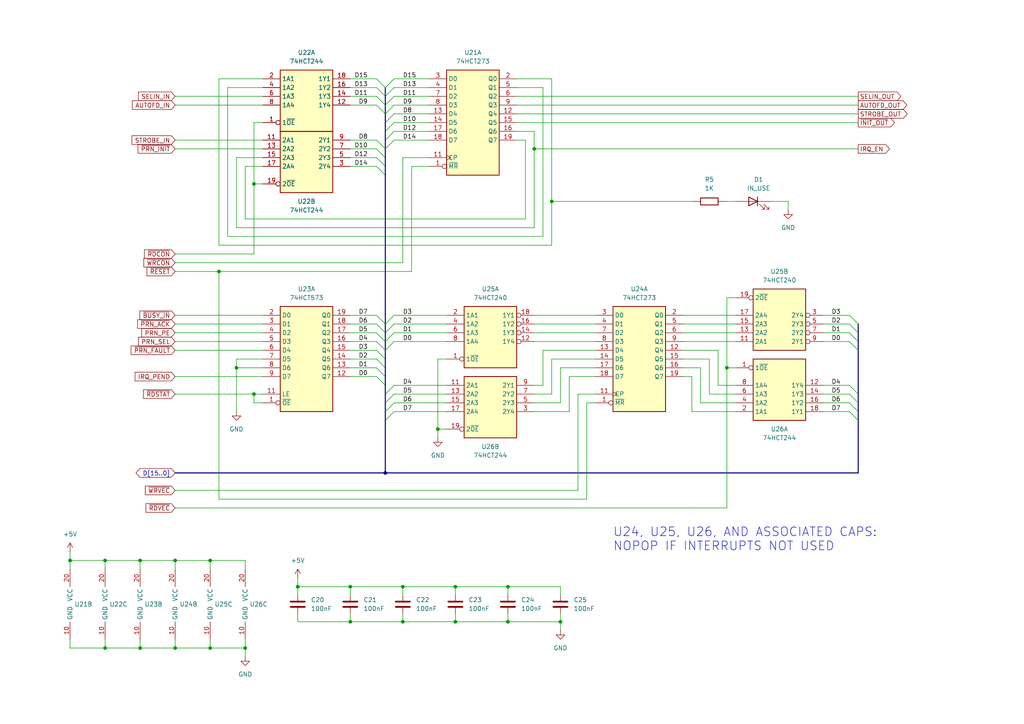
<source format=kicad_sch>
(kicad_sch (version 20231120) (generator "eeschema") (generator_version "8.0")
  (paper "A4")
  (title_block (title "REGISTERS") (date "2024-03-05") (rev "1") (company "(C) TOM STOREY") (comment 1 "FREE FOR NON-COMMERCIAL USE"))
  (lib_symbols
    (symbol "COMET_symbols:74x240"
      (property "Reference" "U" (at 0 0 0))
      (property "Value" "74x240" (at 0 0 0))
      (symbol "74x240_1_0"
        (pin input inverted (at -12.7 -7.62 0) (length 5.08) (name "1~{OE}") (number "1"))
        (pin tri_state inverted (at 12.7 -2.54 180) (length 5.08) (name "1Y4") (number "12"))
        (pin tri_state inverted (at 12.7 0 180) (length 5.08) (name "1Y3") (number "14"))
        (pin tri_state inverted (at 12.7 2.54 180) (length 5.08) (name "1Y2") (number "16"))
        (pin tri_state inverted (at 12.7 5.08 180) (length 5.08) (name "1Y1") (number "18"))
        (pin input line (at -12.7 5.08 0) (length 5.08) (name "1A1") (number "2"))
        (pin input line (at -12.7 2.54 0) (length 5.08) (name "1A2") (number "4"))
        (pin input line (at -12.7 0 0) (length 5.08) (name "1A3") (number "6"))
        (pin input line (at -12.7 -2.54 0) (length 5.08) (name "1A4") (number "8"))
      )
      (symbol "74x240_1_1"
        (rectangle (start -7.62 7.62) (end 7.62 -10.16) (stroke (width 0.254)) (fill (type background)))
      )
      (symbol "74x240_2_0"
        (pin input line (at -12.7 5.08 0) (length 5.08) (name "2A1") (number "11"))
        (pin input line (at -12.7 2.54 0) (length 5.08) (name "2A2") (number "13"))
        (pin input line (at -12.7 0 0) (length 5.08) (name "2A3") (number "15"))
        (pin input line (at -12.7 -2.54 0) (length 5.08) (name "2A4") (number "17"))
        (pin input inverted (at -12.7 -7.62 0) (length 5.08) (name "2~{OE}") (number "19"))
        (pin tri_state inverted (at 12.7 -2.54 180) (length 5.08) (name "2Y4") (number "3"))
        (pin tri_state inverted (at 12.7 0 180) (length 5.08) (name "2Y3") (number "5"))
        (pin tri_state inverted (at 12.7 2.54 180) (length 5.08) (name "2Y2") (number "7"))
        (pin tri_state inverted (at 12.7 5.08 180) (length 5.08) (name "2Y1") (number "9"))
      )
      (symbol "74x240_2_1"
        (rectangle (start -7.62 7.62) (end 7.62 -10.16) (stroke (width 0.254)) (fill (type background)))
      )
      (symbol "74x240_3_1"
        (pin power_in line (at 0 -10.16 90) (length 5.08) (name "GND") (number "10"))
        (pin power_in line (at 0 10.16 270) (length 5.08) (name "VCC") (number "20"))
      )
    )
    (symbol "COMET_symbols:74x244"
      (property "Reference" "U" (at 0 0 0))
      (property "Value" "74x244" (at 0 0 0))
      (symbol "74x244_1_0"
        (pin input inverted (at -12.7 -7.62 0) (length 5.08) (name "1~{OE}") (number "1"))
        (pin tri_state line (at 12.7 -2.54 180) (length 5.08) (name "1Y4") (number "12"))
        (pin tri_state line (at 12.7 0 180) (length 5.08) (name "1Y3") (number "14"))
        (pin tri_state line (at 12.7 2.54 180) (length 5.08) (name "1Y2") (number "16"))
        (pin tri_state line (at 12.7 5.08 180) (length 5.08) (name "1Y1") (number "18"))
        (pin input line (at -12.7 5.08 0) (length 5.08) (name "1A1") (number "2"))
        (pin input line (at -12.7 2.54 0) (length 5.08) (name "1A2") (number "4"))
        (pin input line (at -12.7 0 0) (length 5.08) (name "1A3") (number "6"))
        (pin input line (at -12.7 -2.54 0) (length 5.08) (name "1A4") (number "8"))
      )
      (symbol "74x244_1_1"
        (rectangle (start -7.62 7.62) (end 7.62 -10.16) (stroke (width 0.254)) (fill (type background)))
      )
      (symbol "74x244_2_0"
        (pin input line (at -12.7 5.08 0) (length 5.08) (name "2A1") (number "11"))
        (pin input line (at -12.7 2.54 0) (length 5.08) (name "2A2") (number "13"))
        (pin input line (at -12.7 0 0) (length 5.08) (name "2A3") (number "15"))
        (pin input line (at -12.7 -2.54 0) (length 5.08) (name "2A4") (number "17"))
        (pin input inverted (at -12.7 -7.62 0) (length 5.08) (name "2~{OE}") (number "19"))
        (pin tri_state line (at 12.7 -2.54 180) (length 5.08) (name "2Y4") (number "3"))
        (pin tri_state line (at 12.7 0 180) (length 5.08) (name "2Y3") (number "5"))
        (pin tri_state line (at 12.7 2.54 180) (length 5.08) (name "2Y2") (number "7"))
        (pin tri_state line (at 12.7 5.08 180) (length 5.08) (name "2Y1") (number "9"))
      )
      (symbol "74x244_2_1"
        (rectangle (start -7.62 7.62) (end 7.62 -10.16) (stroke (width 0.254)) (fill (type background)))
      )
      (symbol "74x244_3_1"
        (pin power_in line (at 0 -10.16 90) (length 5.08) (name "GND") (number "10"))
        (pin power_in line (at 0 10.16 270) (length 5.08) (name "VCC") (number "20"))
      )
    )
    (symbol "COMET_symbols:74x273"
      (property "Reference" "U" (at 0 0 0))
      (property "Value" "74x273" (at 0 0 0))
      (symbol "74x273_1_0"
        (pin input inverted (at -12.7 -12.7 0) (length 5.08) (name "~{MR}") (number "1"))
        (pin input clock (at -12.7 -10.16 0) (length 5.08) (name "CP") (number "11"))
        (pin output line (at 12.7 2.54 180) (length 5.08) (name "Q4") (number "12"))
        (pin input line (at -12.7 2.54 0) (length 5.08) (name "D4") (number "13"))
        (pin input line (at -12.7 0 0) (length 5.08) (name "D5") (number "14"))
        (pin output line (at 12.7 0 180) (length 5.08) (name "Q5") (number "15"))
        (pin output line (at 12.7 -2.54 180) (length 5.08) (name "Q6") (number "16"))
        (pin input line (at -12.7 -2.54 0) (length 5.08) (name "D6") (number "17"))
        (pin input line (at -12.7 -5.08 0) (length 5.08) (name "D7") (number "18"))
        (pin output line (at 12.7 -5.08 180) (length 5.08) (name "Q7") (number "19"))
        (pin output line (at 12.7 12.7 180) (length 5.08) (name "Q0") (number "2"))
        (pin input line (at -12.7 12.7 0) (length 5.08) (name "D0") (number "3"))
        (pin input line (at -12.7 10.16 0) (length 5.08) (name "D1") (number "4"))
        (pin output line (at 12.7 10.16 180) (length 5.08) (name "Q1") (number "5"))
        (pin output line (at 12.7 7.62 180) (length 5.08) (name "Q2") (number "6"))
        (pin input line (at -12.7 7.62 0) (length 5.08) (name "D2") (number "7"))
        (pin input line (at -12.7 5.08 0) (length 5.08) (name "D3") (number "8"))
        (pin output line (at 12.7 5.08 180) (length 5.08) (name "Q3") (number "9"))
      )
      (symbol "74x273_1_1"
        (rectangle (start -7.62 15.24) (end 7.62 -15.24) (stroke (width 0.254)) (fill (type background)))
      )
      (symbol "74x273_2_0"
        (pin power_in line (at 0 -10.16 90) (length 5.08) (name "GND") (number "10"))
        (pin power_in line (at 0 10.16 270) (length 5.08) (name "VCC") (number "20"))
      )
    )
    (symbol "COMET_symbols:74x573"
      (property "Reference" "U" (at 0 0 0))
      (property "Value" "74x573" (at 0 0 0))
      (symbol "74x573_1_1"
        (rectangle (start -7.62 15.24) (end 7.62 -15.24) (stroke (width 0.254)) (fill (type background)))
        (pin input inverted (at -12.7 -12.7 0) (length 5.08) (name "~{OE}") (number "1"))
        (pin input line (at -12.7 -10.16 0) (length 5.08) (name "LE") (number "11"))
        (pin tri_state line (at 12.7 -5.08 180) (length 5.08) (name "Q7") (number "12"))
        (pin tri_state line (at 12.7 -2.54 180) (length 5.08) (name "Q6") (number "13"))
        (pin tri_state line (at 12.7 0 180) (length 5.08) (name "Q5") (number "14"))
        (pin tri_state line (at 12.7 2.54 180) (length 5.08) (name "Q4") (number "15"))
        (pin tri_state line (at 12.7 5.08 180) (length 5.08) (name "Q3") (number "16"))
        (pin tri_state line (at 12.7 7.62 180) (length 5.08) (name "Q2") (number "17"))
        (pin tri_state line (at 12.7 10.16 180) (length 5.08) (name "Q1") (number "18"))
        (pin tri_state line (at 12.7 12.7 180) (length 5.08) (name "Q0") (number "19"))
        (pin input line (at -12.7 12.7 0) (length 5.08) (name "D0") (number "2"))
        (pin input line (at -12.7 10.16 0) (length 5.08) (name "D1") (number "3"))
        (pin input line (at -12.7 7.62 0) (length 5.08) (name "D2") (number "4"))
        (pin input line (at -12.7 5.08 0) (length 5.08) (name "D3") (number "5"))
        (pin input line (at -12.7 2.54 0) (length 5.08) (name "D4") (number "6"))
        (pin input line (at -12.7 0 0) (length 5.08) (name "D5") (number "7"))
        (pin input line (at -12.7 -2.54 0) (length 5.08) (name "D6") (number "8"))
        (pin input line (at -12.7 -5.08 0) (length 5.08) (name "D7") (number "9"))
      )
      (symbol "74x573_2_1"
        (pin power_in line (at 0 -10.16 90) (length 5.08) (name "GND") (number "10"))
        (pin power_in line (at 0 10.16 270) (length 5.08) (name "VCC") (number "20"))
      )
    )
    (symbol "COMET_symbols:C" (pin_numbers hide) (pin_names hide)
      (property "Reference" "C" (at 0 0 0))
      (property "Value" "C" (at 0 0 0))
      (symbol "C_0_1"
        (polyline (pts (xy -2.032 -0.762) (xy 2.032 -0.762)) (stroke (width 0.508)))
        (polyline (pts (xy -2.032 0.762) (xy 2.032 0.762)) (stroke (width 0.508)))
      )
      (symbol "C_1_1"
        (pin passive line (at 0 2.54 270) (length 1.524) (name "~") (number "1"))
        (pin passive line (at 0 -2.54 90) (length 1.524) (name "~") (number "2"))
      )
    )
    (symbol "COMET_symbols:LED" (pin_numbers hide) (pin_names hide)
      (property "Reference" "D" (at 0 0 0))
      (property "Value" "LED" (at 0 0 0))
      (symbol "LED_0_1"
        (polyline (pts (xy -1.27 -1.27) (xy -1.27 1.27)) (stroke (width 0.254)))
        (polyline (pts (xy -1.27 0) (xy 1.27 0)))
        (polyline (pts (xy 1.27 -1.27) (xy 1.27 1.27) (xy -1.27 0) (xy 1.27 -1.27)) (stroke (width 0.254)))
        (polyline (pts (xy -3.048 -0.762) (xy -4.572 -2.286) (xy -3.81 -2.286) (xy -4.572 -2.286) (xy -4.572 -1.524)))
        (polyline (pts (xy -1.778 -0.762) (xy -3.302 -2.286) (xy -2.54 -2.286) (xy -3.302 -2.286) (xy -3.302 -1.524)))
      )
      (symbol "LED_1_1"
        (pin passive line (at -5.08 0 0) (length 3.81) (name "K") (number "1"))
        (pin passive line (at 5.08 0 180) (length 3.81) (name "A") (number "2"))
      )
    )
    (symbol "COMET_symbols:R" (pin_numbers hide) (pin_names hide)
      (property "Reference" "R" (at 0 0 0))
      (property "Value" "R" (at 0 0 0))
      (symbol "R_0_1"
        (rectangle (start -1.016 -2.54) (end 1.016 2.54) (stroke (width 0.254)))
      )
      (symbol "R_1_1"
        (pin passive line (at 0 5.08 270) (length 2.54) (name "~") (number "1"))
        (pin passive line (at 0 -5.08 90) (length 2.54) (name "~") (number "2"))
      )
    )
    (symbol "power:+5V" (power) (pin_numbers hide) (pin_names (offset 0) hide)
      (property "Value" "+5V" (at 0 3.556 0))
      (symbol "+5V_0_1"
        (polyline (pts (xy -0.762 1.27) (xy 0 2.54)))
        (polyline (pts (xy 0 0) (xy 0 2.54)))
        (polyline (pts (xy 0 2.54) (xy 0.762 1.27)))
      )
      (symbol "+5V_1_1"
        (pin power_in line (at 0 0 90) (length 0) (name "~") (number "1"))
      )
    )
    (symbol "power:GND" (power) (pin_numbers hide) (pin_names (offset 0) hide)
      (property "Value" "GND" (at 0 -3.81 0))
      (symbol "GND_0_1"
        (polyline (pts (xy 0 0) (xy 0 -1.27) (xy 1.27 -1.27) (xy 0 -2.54) (xy -1.27 -1.27) (xy 0 -1.27)))
      )
      (symbol "GND_1_1"
        (pin power_in line (at 0 0 270) (length 0) (name "~") (number "1"))
      )
    )
  )
  (junction (at 127 124.46))
  (junction (at 60.96 162.56))
  (junction (at 73.66 53.34))
  (junction (at 162.56 180.34))
  (junction (at 60.96 187.96))
  (junction (at 160.02 58.42))
  (junction (at 71.12 187.96))
  (junction (at 210.82 106.68))
  (junction (at 50.8 187.96))
  (junction (at 101.6 180.34))
  (junction (at 30.48 187.96))
  (junction (at 30.48 162.56))
  (junction (at 147.32 170.18))
  (junction (at 147.32 180.34))
  (junction (at 40.64 162.56))
  (junction (at 116.84 180.34))
  (junction (at 86.36 170.18))
  (junction (at 20.32 162.56))
  (junction (at 154.94 43.18))
  (junction (at 132.08 170.18))
  (junction (at 68.58 106.68))
  (junction (at 132.08 180.34))
  (junction (at 111.76 137.16))
  (junction (at 63.5 78.74))
  (junction (at 50.8 162.56))
  (junction (at 40.64 187.96))
  (junction (at 73.66 114.3))
  (junction (at 101.6 170.18))
  (junction (at 116.84 170.18))
  (bus_entry (at 109.22 25.4) (size 2.54 2.54))
  (bus_entry (at 109.22 30.48) (size 2.54 2.54))
  (bus_entry (at 109.22 104.14) (size 2.54 2.54))
  (bus_entry (at 114.3 35.56) (size -2.54 2.54))
  (bus_entry (at 114.3 33.02) (size -2.54 2.54))
  (bus_entry (at 109.22 91.44) (size 2.54 2.54))
  (bus_entry (at 114.3 93.98) (size -2.54 2.54))
  (bus_entry (at 114.3 38.1) (size -2.54 2.54))
  (bus_entry (at 109.22 109.22) (size 2.54 2.54))
  (bus_entry (at 114.3 99.06) (size -2.54 2.54))
  (bus_entry (at 114.3 119.38) (size -2.54 2.54))
  (bus_entry (at 114.3 25.4) (size -2.54 2.54))
  (bus_entry (at 109.22 45.72) (size 2.54 2.54))
  (bus_entry (at 109.22 43.18) (size 2.54 2.54))
  (bus_entry (at 114.3 114.3) (size -2.54 2.54))
  (bus_entry (at 114.3 111.76) (size -2.54 2.54))
  (bus_entry (at 109.22 96.52) (size 2.54 2.54))
  (bus_entry (at 246.38 114.3) (size 2.54 2.54))
  (bus_entry (at 114.3 30.48) (size -2.54 2.54))
  (bus_entry (at 109.22 40.64) (size 2.54 2.54))
  (bus_entry (at 109.22 22.86) (size 2.54 2.54))
  (bus_entry (at 114.3 40.64) (size -2.54 2.54))
  (bus_entry (at 114.3 91.44) (size -2.54 2.54))
  (bus_entry (at 246.38 119.38) (size 2.54 2.54))
  (bus_entry (at 246.38 91.44) (size 2.54 2.54))
  (bus_entry (at 109.22 27.94) (size 2.54 2.54))
  (bus_entry (at 246.38 99.06) (size 2.54 2.54))
  (bus_entry (at 109.22 101.6) (size 2.54 2.54))
  (bus_entry (at 246.38 96.52) (size 2.54 2.54))
  (bus_entry (at 109.22 93.98) (size 2.54 2.54))
  (bus_entry (at 114.3 96.52) (size -2.54 2.54))
  (bus_entry (at 246.38 111.76) (size 2.54 2.54))
  (bus_entry (at 114.3 27.94) (size -2.54 2.54))
  (bus_entry (at 246.38 93.98) (size 2.54 2.54))
  (bus_entry (at 114.3 22.86) (size -2.54 2.54))
  (bus_entry (at 114.3 116.84) (size -2.54 2.54))
  (bus_entry (at 246.38 116.84) (size 2.54 2.54))
  (bus_entry (at 109.22 99.06) (size 2.54 2.54))
  (bus_entry (at 109.22 48.26) (size 2.54 2.54))
  (bus_entry (at 109.22 106.68) (size 2.54 2.54))
  (wire (pts (xy 71.12 63.5) (xy 71.12 48.26)))
  (wire (pts (xy 157.48 101.6) (xy 172.72 101.6)))
  (wire (pts (xy 101.6 109.22) (xy 109.22 109.22)))
  (wire (pts (xy 63.5 71.12) (xy 63.5 22.86)))
  (wire (pts (xy 152.4 40.64) (xy 152.4 63.5)))
  (wire (pts (xy 238.76 116.84) (xy 246.38 116.84)))
  (wire (pts (xy 154.94 38.1) (xy 154.94 43.18)))
  (wire (pts (xy 30.48 162.56) (xy 30.48 165.1)))
  (wire (pts (xy 124.46 45.72) (xy 116.84 45.72)))
  (wire (pts (xy 73.66 114.3) (xy 76.2 114.3)))
  (wire (pts (xy 114.3 38.1) (xy 124.46 38.1)))
  (wire (pts (xy 114.3 99.06) (xy 129.54 99.06)))
  (wire (pts (xy 200.66 109.22) (xy 200.66 119.38)))
  (wire (pts (xy 50.8 162.56) (xy 60.96 162.56)))
  (wire (pts (xy 162.56 180.34) (xy 162.56 182.88)))
  (wire (pts (xy 114.3 40.64) (xy 124.46 40.64)))
  (bus (pts (xy 111.76 93.98) (xy 111.76 96.52)))
  (wire (pts (xy 114.3 114.3) (xy 129.54 114.3)))
  (wire (pts (xy 116.84 177.8) (xy 116.84 180.34)))
  (wire (pts (xy 71.12 187.96) (xy 71.12 190.5)))
  (bus (pts (xy 111.76 33.02) (xy 111.76 35.56)))
  (wire (pts (xy 223.52 58.42) (xy 228.6 58.42)))
  (wire (pts (xy 198.12 93.98) (xy 213.36 93.98)))
  (wire (pts (xy 68.58 45.72) (xy 76.2 45.72)))
  (wire (pts (xy 114.3 91.44) (xy 129.54 91.44)))
  (bus (pts (xy 111.76 40.64) (xy 111.76 43.18)))
  (bus (pts (xy 111.76 104.14) (xy 111.76 106.68)))
  (wire (pts (xy 114.3 35.56) (xy 124.46 35.56)))
  (wire (pts (xy 101.6 22.86) (xy 109.22 22.86)))
  (wire (pts (xy 68.58 106.68) (xy 68.58 119.38)))
  (wire (pts (xy 132.08 170.18) (xy 147.32 170.18)))
  (wire (pts (xy 50.8 142.24) (xy 167.64 142.24)))
  (wire (pts (xy 152.4 63.5) (xy 71.12 63.5)))
  (wire (pts (xy 101.6 180.34) (xy 116.84 180.34)))
  (wire (pts (xy 73.66 53.34) (xy 73.66 73.66)))
  (wire (pts (xy 132.08 180.34) (xy 147.32 180.34)))
  (wire (pts (xy 114.3 116.84) (xy 129.54 116.84)))
  (wire (pts (xy 73.66 53.34) (xy 76.2 53.34)))
  (wire (pts (xy 68.58 66.04) (xy 68.58 45.72)))
  (bus (pts (xy 111.76 27.94) (xy 111.76 30.48)))
  (wire (pts (xy 114.3 25.4) (xy 124.46 25.4)))
  (wire (pts (xy 50.8 99.06) (xy 76.2 99.06)))
  (wire (pts (xy 60.96 162.56) (xy 60.96 165.1)))
  (wire (pts (xy 114.3 111.76) (xy 129.54 111.76)))
  (wire (pts (xy 205.74 104.14) (xy 205.74 114.3)))
  (wire (pts (xy 154.94 119.38) (xy 165.1 119.38)))
  (wire (pts (xy 20.32 187.96) (xy 30.48 187.96)))
  (wire (pts (xy 127 104.14) (xy 129.54 104.14)))
  (wire (pts (xy 101.6 25.4) (xy 109.22 25.4)))
  (wire (pts (xy 228.6 58.42) (xy 228.6 60.96)))
  (wire (pts (xy 101.6 45.72) (xy 109.22 45.72)))
  (wire (pts (xy 210.82 86.36) (xy 213.36 86.36)))
  (wire (pts (xy 68.58 104.14) (xy 76.2 104.14)))
  (wire (pts (xy 198.12 106.68) (xy 203.2 106.68)))
  (wire (pts (xy 238.76 91.44) (xy 246.38 91.44)))
  (wire (pts (xy 208.28 111.76) (xy 213.36 111.76)))
  (wire (pts (xy 132.08 177.8) (xy 132.08 180.34)))
  (bus (pts (xy 111.76 121.92) (xy 111.76 137.16)))
  (wire (pts (xy 238.76 114.3) (xy 246.38 114.3)))
  (wire (pts (xy 127 124.46) (xy 129.54 124.46)))
  (bus (pts (xy 111.76 111.76) (xy 111.76 114.3)))
  (wire (pts (xy 101.6 48.26) (xy 109.22 48.26)))
  (wire (pts (xy 160.02 22.86) (xy 160.02 58.42)))
  (wire (pts (xy 50.8 43.18) (xy 76.2 43.18)))
  (wire (pts (xy 101.6 106.68) (xy 109.22 106.68)))
  (wire (pts (xy 167.64 114.3) (xy 167.64 142.24)))
  (wire (pts (xy 160.02 58.42) (xy 200.66 58.42)))
  (wire (pts (xy 40.64 162.56) (xy 50.8 162.56)))
  (bus (pts (xy 248.92 99.06) (xy 248.92 101.6)))
  (wire (pts (xy 50.8 114.3) (xy 73.66 114.3)))
  (wire (pts (xy 147.32 170.18) (xy 147.32 172.72)))
  (wire (pts (xy 149.86 27.94) (xy 248.92 27.94)))
  (wire (pts (xy 101.6 104.14) (xy 109.22 104.14)))
  (wire (pts (xy 162.56 170.18) (xy 162.56 172.72)))
  (wire (pts (xy 238.76 99.06) (xy 246.38 99.06)))
  (wire (pts (xy 50.8 109.22) (xy 76.2 109.22)))
  (wire (pts (xy 66.04 68.58) (xy 66.04 25.4)))
  (wire (pts (xy 162.56 106.68) (xy 172.72 106.68)))
  (wire (pts (xy 203.2 116.84) (xy 213.36 116.84)))
  (wire (pts (xy 101.6 27.94) (xy 109.22 27.94)))
  (wire (pts (xy 116.84 170.18) (xy 116.84 172.72)))
  (wire (pts (xy 147.32 177.8) (xy 147.32 180.34)))
  (wire (pts (xy 205.74 114.3) (xy 213.36 114.3)))
  (wire (pts (xy 210.82 86.36) (xy 210.82 106.68)))
  (wire (pts (xy 114.3 119.38) (xy 129.54 119.38)))
  (wire (pts (xy 63.5 78.74) (xy 119.38 78.74)))
  (wire (pts (xy 154.94 66.04) (xy 68.58 66.04)))
  (wire (pts (xy 198.12 104.14) (xy 205.74 104.14)))
  (wire (pts (xy 101.6 30.48) (xy 109.22 30.48)))
  (wire (pts (xy 101.6 101.6) (xy 109.22 101.6)))
  (wire (pts (xy 50.8 101.6) (xy 76.2 101.6)))
  (wire (pts (xy 50.8 27.94) (xy 76.2 27.94)))
  (wire (pts (xy 50.8 96.52) (xy 76.2 96.52)))
  (wire (pts (xy 165.1 119.38) (xy 165.1 109.22)))
  (wire (pts (xy 86.36 167.64) (xy 86.36 170.18)))
  (wire (pts (xy 160.02 71.12) (xy 63.5 71.12)))
  (wire (pts (xy 50.8 93.98) (xy 76.2 93.98)))
  (bus (pts (xy 248.92 116.84) (xy 248.92 119.38)))
  (wire (pts (xy 50.8 147.32) (xy 210.82 147.32)))
  (wire (pts (xy 40.64 187.96) (xy 50.8 187.96)))
  (bus (pts (xy 111.76 43.18) (xy 111.76 45.72)))
  (bus (pts (xy 248.92 119.38) (xy 248.92 121.92)))
  (wire (pts (xy 198.12 99.06) (xy 213.36 99.06)))
  (wire (pts (xy 210.82 106.68) (xy 210.82 147.32)))
  (wire (pts (xy 101.6 170.18) (xy 101.6 172.72)))
  (wire (pts (xy 60.96 187.96) (xy 71.12 187.96)))
  (wire (pts (xy 238.76 93.98) (xy 246.38 93.98)))
  (bus (pts (xy 248.92 101.6) (xy 248.92 114.3)))
  (wire (pts (xy 63.5 78.74) (xy 63.5 144.78)))
  (bus (pts (xy 111.76 25.4) (xy 111.76 27.94)))
  (bus (pts (xy 111.76 99.06) (xy 111.76 101.6)))
  (bus (pts (xy 111.76 30.48) (xy 111.76 33.02)))
  (wire (pts (xy 20.32 185.42) (xy 20.32 187.96)))
  (wire (pts (xy 50.8 30.48) (xy 76.2 30.48)))
  (wire (pts (xy 101.6 96.52) (xy 109.22 96.52)))
  (bus (pts (xy 111.76 35.56) (xy 111.76 38.1)))
  (wire (pts (xy 157.48 25.4) (xy 157.48 68.58)))
  (bus (pts (xy 248.92 96.52) (xy 248.92 99.06)))
  (wire (pts (xy 154.94 91.44) (xy 172.72 91.44)))
  (wire (pts (xy 101.6 93.98) (xy 109.22 93.98)))
  (wire (pts (xy 154.94 111.76) (xy 157.48 111.76)))
  (wire (pts (xy 71.12 162.56) (xy 71.12 165.1)))
  (bus (pts (xy 50.8 137.16) (xy 111.76 137.16)))
  (wire (pts (xy 147.32 180.34) (xy 162.56 180.34)))
  (wire (pts (xy 60.96 185.42) (xy 60.96 187.96)))
  (wire (pts (xy 101.6 91.44) (xy 109.22 91.44)))
  (bus (pts (xy 248.92 114.3) (xy 248.92 116.84)))
  (wire (pts (xy 68.58 104.14) (xy 68.58 106.68)))
  (wire (pts (xy 86.36 177.8) (xy 86.36 180.34)))
  (wire (pts (xy 73.66 35.56) (xy 73.66 53.34)))
  (wire (pts (xy 86.36 170.18) (xy 101.6 170.18)))
  (wire (pts (xy 101.6 43.18) (xy 109.22 43.18)))
  (wire (pts (xy 203.2 106.68) (xy 203.2 116.84)))
  (wire (pts (xy 154.94 43.18) (xy 154.94 66.04)))
  (wire (pts (xy 50.8 40.64) (xy 76.2 40.64)))
  (wire (pts (xy 172.72 114.3) (xy 167.64 114.3)))
  (wire (pts (xy 160.02 114.3) (xy 160.02 104.14)))
  (wire (pts (xy 154.94 43.18) (xy 248.92 43.18)))
  (wire (pts (xy 149.86 22.86) (xy 160.02 22.86)))
  (wire (pts (xy 198.12 96.52) (xy 213.36 96.52)))
  (wire (pts (xy 40.64 162.56) (xy 40.64 165.1)))
  (wire (pts (xy 73.66 114.3) (xy 73.66 116.84)))
  (wire (pts (xy 149.86 33.02) (xy 248.92 33.02)))
  (wire (pts (xy 154.94 114.3) (xy 160.02 114.3)))
  (wire (pts (xy 149.86 40.64) (xy 152.4 40.64)))
  (wire (pts (xy 198.12 109.22) (xy 200.66 109.22)))
  (wire (pts (xy 66.04 25.4) (xy 76.2 25.4)))
  (wire (pts (xy 149.86 25.4) (xy 157.48 25.4)))
  (wire (pts (xy 50.8 162.56) (xy 50.8 165.1)))
  (wire (pts (xy 76.2 35.56) (xy 73.66 35.56)))
  (wire (pts (xy 86.36 170.18) (xy 86.36 172.72)))
  (wire (pts (xy 114.3 30.48) (xy 124.46 30.48)))
  (wire (pts (xy 50.8 91.44) (xy 76.2 91.44)))
  (wire (pts (xy 63.5 144.78) (xy 170.18 144.78)))
  (wire (pts (xy 116.84 170.18) (xy 132.08 170.18)))
  (wire (pts (xy 132.08 170.18) (xy 132.08 172.72)))
  (wire (pts (xy 127 124.46) (xy 127 104.14)))
  (wire (pts (xy 200.66 119.38) (xy 213.36 119.38)))
  (wire (pts (xy 71.12 185.42) (xy 71.12 187.96)))
  (wire (pts (xy 114.3 27.94) (xy 124.46 27.94)))
  (wire (pts (xy 119.38 48.26) (xy 119.38 78.74)))
  (wire (pts (xy 238.76 111.76) (xy 246.38 111.76)))
  (wire (pts (xy 157.48 68.58) (xy 66.04 68.58)))
  (wire (pts (xy 165.1 109.22) (xy 172.72 109.22)))
  (wire (pts (xy 114.3 93.98) (xy 129.54 93.98)))
  (wire (pts (xy 30.48 187.96) (xy 40.64 187.96)))
  (wire (pts (xy 50.8 76.2) (xy 116.84 76.2)))
  (wire (pts (xy 154.94 116.84) (xy 162.56 116.84)))
  (wire (pts (xy 114.3 22.86) (xy 124.46 22.86)))
  (wire (pts (xy 30.48 162.56) (xy 40.64 162.56)))
  (wire (pts (xy 116.84 45.72) (xy 116.84 76.2)))
  (wire (pts (xy 154.94 99.06) (xy 172.72 99.06)))
  (wire (pts (xy 198.12 101.6) (xy 208.28 101.6)))
  (wire (pts (xy 101.6 40.64) (xy 109.22 40.64)))
  (wire (pts (xy 149.86 38.1) (xy 154.94 38.1)))
  (wire (pts (xy 162.56 177.8) (xy 162.56 180.34)))
  (wire (pts (xy 154.94 93.98) (xy 172.72 93.98)))
  (bus (pts (xy 111.76 101.6) (xy 111.76 104.14)))
  (wire (pts (xy 20.32 162.56) (xy 20.32 165.1)))
  (bus (pts (xy 111.76 109.22) (xy 111.76 111.76)))
  (wire (pts (xy 76.2 116.84) (xy 73.66 116.84)))
  (wire (pts (xy 149.86 30.48) (xy 248.92 30.48)))
  (wire (pts (xy 147.32 170.18) (xy 162.56 170.18)))
  (bus (pts (xy 248.92 121.92) (xy 248.92 137.16)))
  (wire (pts (xy 149.86 35.56) (xy 248.92 35.56)))
  (wire (pts (xy 172.72 116.84) (xy 170.18 116.84)))
  (wire (pts (xy 30.48 185.42) (xy 30.48 187.96)))
  (wire (pts (xy 20.32 162.56) (xy 30.48 162.56)))
  (wire (pts (xy 157.48 111.76) (xy 157.48 101.6)))
  (bus (pts (xy 111.76 45.72) (xy 111.76 48.26)))
  (bus (pts (xy 111.76 114.3) (xy 111.76 116.84)))
  (bus (pts (xy 111.76 96.52) (xy 111.76 99.06)))
  (bus (pts (xy 111.76 106.68) (xy 111.76 109.22)))
  (bus (pts (xy 111.76 48.26) (xy 111.76 50.8)))
  (wire (pts (xy 20.32 160.02) (xy 20.32 162.56)))
  (wire (pts (xy 198.12 91.44) (xy 213.36 91.44)))
  (wire (pts (xy 116.84 180.34) (xy 132.08 180.34)))
  (wire (pts (xy 114.3 33.02) (xy 124.46 33.02)))
  (bus (pts (xy 111.76 119.38) (xy 111.76 121.92)))
  (wire (pts (xy 86.36 180.34) (xy 101.6 180.34)))
  (wire (pts (xy 170.18 116.84) (xy 170.18 144.78)))
  (bus (pts (xy 111.76 38.1) (xy 111.76 40.64)))
  (wire (pts (xy 68.58 106.68) (xy 76.2 106.68)))
  (wire (pts (xy 101.6 177.8) (xy 101.6 180.34)))
  (wire (pts (xy 40.64 185.42) (xy 40.64 187.96)))
  (wire (pts (xy 208.28 101.6) (xy 208.28 111.76)))
  (wire (pts (xy 210.82 106.68) (xy 213.36 106.68)))
  (bus (pts (xy 111.76 116.84) (xy 111.76 119.38)))
  (wire (pts (xy 101.6 99.06) (xy 109.22 99.06)))
  (wire (pts (xy 71.12 48.26) (xy 76.2 48.26)))
  (wire (pts (xy 63.5 22.86) (xy 76.2 22.86)))
  (wire (pts (xy 50.8 78.74) (xy 63.5 78.74)))
  (bus (pts (xy 111.76 137.16) (xy 248.92 137.16)))
  (bus (pts (xy 111.76 50.8) (xy 111.76 93.98)))
  (wire (pts (xy 160.02 58.42) (xy 160.02 71.12)))
  (wire (pts (xy 50.8 73.66) (xy 73.66 73.66)))
  (wire (pts (xy 154.94 96.52) (xy 172.72 96.52)))
  (bus (pts (xy 248.92 93.98) (xy 248.92 96.52)))
  (wire (pts (xy 160.02 104.14) (xy 172.72 104.14)))
  (wire (pts (xy 238.76 119.38) (xy 246.38 119.38)))
  (wire (pts (xy 60.96 162.56) (xy 71.12 162.56)))
  (wire (pts (xy 50.8 185.42) (xy 50.8 187.96)))
  (wire (pts (xy 210.82 58.42) (xy 213.36 58.42)))
  (wire (pts (xy 238.76 96.52) (xy 246.38 96.52)))
  (wire (pts (xy 114.3 96.52) (xy 129.54 96.52)))
  (wire (pts (xy 124.46 48.26) (xy 119.38 48.26)))
  (wire (pts (xy 101.6 170.18) (xy 116.84 170.18)))
  (wire (pts (xy 127 127) (xy 127 124.46)))
  (wire (pts (xy 50.8 187.96) (xy 60.96 187.96)))
  (wire (pts (xy 162.56 116.84) (xy 162.56 106.68)))
  (text "U24, U25, U26, AND ASSOCIATED CAPS:\nNOPOP IF INTERRUPTS NOT USED" (at 177.8 160.02 0) (effects (font (size 2.54 2.54)) (justify left bottom)))
  (label "D2" (at 116.84 93.98 0))
  (label "D7" (at 106.68 91.44 180))
  (label "D4" (at 106.68 99.06 180))
  (label "D15" (at 116.84 22.86 0))
  (label "D6" (at 106.68 93.98 180))
  (label "D14" (at 116.84 40.64 0))
  (label "D2" (at 106.68 104.14 180))
  (label "D8" (at 116.84 33.02 0))
  (label "D2" (at 243.84 93.98 180))
  (label "D0" (at 243.84 99.06 180))
  (label "D3" (at 116.84 91.44 0))
  (label "D10" (at 106.68 43.18 180))
  (label "D13" (at 116.84 25.4 0))
  (label "D14" (at 106.68 48.26 180))
  (label "D15" (at 106.68 22.86 180))
  (label "D7" (at 243.84 119.38 180))
  (label "D1" (at 106.68 106.68 180))
  (label "D5" (at 106.68 96.52 180))
  (label "D4" (at 116.84 111.76 0))
  (label "D0" (at 116.84 99.06 0))
  (label "D6" (at 116.84 116.84 0))
  (label "D9" (at 106.68 30.48 180))
  (label "D12" (at 116.84 38.1 0))
  (label "D0" (at 106.68 109.22 180))
  (label "D8" (at 106.68 40.64 180))
  (label "D1" (at 116.84 96.52 0))
  (label "D5" (at 243.84 114.3 180))
  (label "D11" (at 106.68 27.94 180))
  (label "D1" (at 243.84 96.52 180))
  (label "D6" (at 243.84 116.84 180))
  (label "D10" (at 116.84 35.56 0))
  (label "D9" (at 116.84 30.48 0))
  (label "D3" (at 106.68 101.6 180))
  (label "D4" (at 243.84 111.76 180))
  (label "D13" (at 106.68 25.4 180))
  (label "D5" (at 116.84 114.3 0))
  (label "D3" (at 243.84 91.44 180))
  (label "D7" (at 116.84 119.38 0))
  (label "D11" (at 116.84 27.94 0))
  (label "D12" (at 106.68 45.72 180))
  (global_label "~{INIT_OUT}" (shape output) (at 248.92 35.56 0) (property "Intersheetrefs" "${INTERSHEET_REFS}" (effects (hide yes))))
  (global_label "~{WRCON}" (shape input) (at 50.8 76.2 180) (property "Intersheetrefs" "${INTERSHEET_REFS}" (effects (hide yes))))
  (global_label "~{RESET}" (shape input) (at 50.8 78.74 180) (property "Intersheetrefs" "${INTERSHEET_REFS}" (effects (hide yes))))
  (global_label "~{PRN_ACK}" (shape input) (at 50.8 93.98 180) (property "Intersheetrefs" "${INTERSHEET_REFS}" (effects (hide yes))))
  (global_label "AUTOFD_OUT" (shape output) (at 248.92 30.48 0) (property "Intersheetrefs" "${INTERSHEET_REFS}" (effects (hide yes))))
  (global_label "SELIN_OUT" (shape output) (at 248.92 27.94 0) (property "Intersheetrefs" "${INTERSHEET_REFS}" (effects (hide yes))))
  (global_label "SELIN_IN" (shape input) (at 50.8 27.94 180) (property "Intersheetrefs" "${INTERSHEET_REFS}" (effects (hide yes))))
  (global_label "~{RDCON}" (shape input) (at 50.8 73.66 180) (property "Intersheetrefs" "${INTERSHEET_REFS}" (effects (hide yes))))
  (global_label "STROBE_IN" (shape input) (at 50.8 40.64 180) (property "Intersheetrefs" "${INTERSHEET_REFS}" (effects (hide yes))))
  (global_label "IRQ_EN" (shape output) (at 248.92 43.18 0) (property "Intersheetrefs" "${INTERSHEET_REFS}" (effects (hide yes))))
  (global_label "STROBE_OUT" (shape output) (at 248.92 33.02 0) (property "Intersheetrefs" "${INTERSHEET_REFS}" (effects (hide yes))))
  (global_label "~{PRN_INIT}" (shape input) (at 50.8 43.18 180) (property "Intersheetrefs" "${INTERSHEET_REFS}" (effects (hide yes))))
  (global_label "PRN_PE" (shape input) (at 50.8 96.52 180) (property "Intersheetrefs" "${INTERSHEET_REFS}" (effects (hide yes))))
  (global_label "PRN_SEL" (shape input) (at 50.8 99.06 180) (property "Intersheetrefs" "${INTERSHEET_REFS}" (effects (hide yes))))
  (global_label "D[15..0]" (shape bidirectional) (at 50.8 137.16 180) (property "Intersheetrefs" "${INTERSHEET_REFS}" (effects (hide yes))))
  (global_label "AUTOFD_IN" (shape input) (at 50.8 30.48 180) (property "Intersheetrefs" "${INTERSHEET_REFS}" (effects (hide yes))))
  (global_label "~{RDVEC}" (shape input) (at 50.8 147.32 180) (property "Intersheetrefs" "${INTERSHEET_REFS}" (effects (hide yes))))
  (global_label "~{RDSTAT}" (shape input) (at 50.8 114.3 180) (property "Intersheetrefs" "${INTERSHEET_REFS}" (effects (hide yes))))
  (global_label "~{PRN_FAULT}" (shape input) (at 50.8 101.6 180) (property "Intersheetrefs" "${INTERSHEET_REFS}" (effects (hide yes))))
  (global_label "IRQ_PEND" (shape input) (at 50.8 109.22 180) (property "Intersheetrefs" "${INTERSHEET_REFS}" (effects (hide yes))))
  (global_label "~{WRVEC}" (shape input) (at 50.8 142.24 180) (property "Intersheetrefs" "${INTERSHEET_REFS}" (effects (hide yes))))
  (global_label "~{BUSY_IN}" (shape input) (at 50.8 91.44 180) (property "Intersheetrefs" "${INTERSHEET_REFS}" (effects (hide yes))))
  (symbol (lib_id "COMET_symbols:74x244") (at 88.9 45.72 0) (unit 2)
    (property "Reference" "U22" (at 88.9 58.42 0))
    (property "Value" "74HCT244" (at 88.9 60.96 0))
    (property "Footprint" "COMET_footprints:Package_SO20W" (effects (hide yes)))
    (property "Description" "Octal buffer/line driver; 3-state" (effects (hide yes)))
  )
  (symbol (lib_id "COMET_symbols:C") (at 86.36 175.26 0) (unit 1)
    (property "Reference" "C20" (at 90.17 173.9899 0) (effects (justify left)))
    (property "Value" "100nF" (at 90.17 176.5299 0) (effects (justify left)))
    (property "Footprint" "COMET_footprints:C_SMD0805" (effects (hide yes)))
  )
  (symbol (lib_id "COMET_symbols:LED") (at 218.44 58.42 0) (mirror y) (unit 1)
    (property "Reference" "D1" (at 220.0275 52.07 0))
    (property "Value" "IN_USE" (at 220.0275 54.61 0))
    (property "Footprint" "COMET_footprints:LED_SMD0805" (effects (hide yes)))
  )
  (symbol (lib_id "COMET_symbols:74x240") (at 60.96 175.26 0) (unit 3)
    (property "Reference" "U25" (at 62.23 175.26 0) (effects (justify left)))
    (property "Value" "74HCT240" (effects (hide yes)))
    (property "Footprint" "COMET_footprints:Package_SO20W" (effects (hide yes)))
    (property "Description" "Octal buffer/line driver; 3-state; inverting" (effects (hide yes)))
  )
  (symbol (lib_id "COMET_symbols:74x273") (at 185.42 104.14 0) (unit 1)
    (property "Reference" "U24" (at 185.42 83.82 0))
    (property "Value" "74HCT273" (at 185.42 86.36 0))
    (property "Footprint" "COMET_footprints:Package_SO20W" (effects (hide yes)))
    (property "Description" "Octal D-type flip-flop with reset; positive-edge trigger" (effects (hide yes)))
  )
  (symbol (lib_id "power:GND") (at 127 127 0) (unit 1)
    (property "Reference" "#PWR056" (effects (hide yes)))
    (property "Value" "GND" (at 127 132.08 0))
    (property "Description" "Power symbol creates a global label with name \"GND\" , ground" (effects (hide yes)))
  )
  (symbol (lib_id "COMET_symbols:C") (at 147.32 175.26 0) (unit 1)
    (property "Reference" "C24" (at 151.13 173.9899 0) (effects (justify left)))
    (property "Value" "100nF" (at 151.13 176.5299 0) (effects (justify left)))
    (property "Footprint" "COMET_footprints:C_SMD0805" (effects (hide yes)))
  )
  (symbol (lib_id "power:GND") (at 68.58 119.38 0) (unit 1)
    (property "Reference" "#PWR053" (effects (hide yes)))
    (property "Value" "GND" (at 68.58 124.46 0))
    (property "Description" "Power symbol creates a global label with name \"GND\" , ground" (effects (hide yes)))
  )
  (symbol (lib_id "COMET_symbols:C") (at 132.08 175.26 0) (unit 1)
    (property "Reference" "C23" (at 135.89 173.9899 0) (effects (justify left)))
    (property "Value" "100nF" (at 135.89 176.5299 0) (effects (justify left)))
    (property "Footprint" "COMET_footprints:C_SMD0805" (effects (hide yes)))
  )
  (symbol (lib_id "power:+5V") (at 86.36 167.64 0) (unit 1)
    (property "Reference" "#PWR055" (effects (hide yes)))
    (property "Value" "+5V" (at 86.36 162.56 0))
    (property "Description" "Power symbol creates a global label with name \"+5V\"" (effects (hide yes)))
  )
  (symbol (lib_id "COMET_symbols:74x244") (at 71.12 175.26 0) (unit 3)
    (property "Reference" "U26" (at 72.39 175.26 0) (effects (justify left)))
    (property "Value" "74HCT244" (effects (hide yes)))
    (property "Footprint" "COMET_footprints:Package_SO20W" (effects (hide yes)))
    (property "Description" "Octal buffer/line driver; 3-state" (effects (hide yes)))
  )
  (symbol (lib_id "COMET_symbols:74x244") (at 142.24 116.84 0) (unit 2)
    (property "Reference" "U26" (at 142.24 129.54 0))
    (property "Value" "74HCT244" (at 142.24 132.08 0))
    (property "Footprint" "COMET_footprints:Package_SO20W" (effects (hide yes)))
    (property "Description" "Octal buffer/line driver; 3-state" (effects (hide yes)))
  )
  (symbol (lib_id "power:GND") (at 71.12 190.5 0) (unit 1)
    (property "Reference" "#PWR054" (effects (hide yes)))
    (property "Value" "GND" (at 71.12 195.58 0))
    (property "Description" "Power symbol creates a global label with name \"GND\" , ground" (effects (hide yes)))
  )
  (symbol (lib_id "power:GND") (at 162.56 182.88 0) (unit 1)
    (property "Reference" "#PWR057" (effects (hide yes)))
    (property "Value" "GND" (at 162.56 187.96 0))
    (property "Description" "Power symbol creates a global label with name \"GND\" , ground" (effects (hide yes)))
  )
  (symbol (lib_id "COMET_symbols:74x244") (at 88.9 27.94 0) (unit 1)
    (property "Reference" "U22" (at 88.9 15.24 0))
    (property "Value" "74HCT244" (at 88.9 17.78 0))
    (property "Footprint" "COMET_footprints:Package_SO20W" (effects (hide yes)))
    (property "Description" "Octal buffer/line driver; 3-state" (effects (hide yes)))
  )
  (symbol (lib_id "power:+5V") (at 20.32 160.02 0) (unit 1)
    (property "Reference" "#PWR052" (effects (hide yes)))
    (property "Value" "+5V" (at 20.32 154.94 0))
    (property "Description" "Power symbol creates a global label with name \"+5V\"" (effects (hide yes)))
  )
  (symbol (lib_id "COMET_symbols:C") (at 101.6 175.26 0) (unit 1)
    (property "Reference" "C21" (at 105.41 173.9899 0) (effects (justify left)))
    (property "Value" "100nF" (at 105.41 176.5299 0) (effects (justify left)))
    (property "Footprint" "COMET_footprints:C_SMD0805" (effects (hide yes)))
  )
  (symbol (lib_id "COMET_symbols:74x244") (at 30.48 175.26 0) (unit 3)
    (property "Reference" "U22" (at 31.75 175.26 0) (effects (justify left)))
    (property "Value" "74HCT244" (effects (hide yes)))
    (property "Footprint" "COMET_footprints:Package_SO20W" (effects (hide yes)))
    (property "Description" "Octal buffer/line driver; 3-state" (effects (hide yes)))
  )
  (symbol (lib_id "COMET_symbols:74x273") (at 137.16 35.56 0) (unit 1)
    (property "Reference" "U21" (at 137.16 15.24 0))
    (property "Value" "74HCT273" (at 137.16 17.78 0))
    (property "Footprint" "COMET_footprints:Package_SO20W" (effects (hide yes)))
    (property "Description" "Octal D-type flip-flop with reset; positive-edge trigger" (effects (hide yes)))
  )
  (symbol (lib_id "COMET_symbols:74x273") (at 20.32 175.26 0) (unit 2)
    (property "Reference" "U21" (at 21.59 175.26 0) (effects (justify left)))
    (property "Value" "74HCT273" (effects (hide yes)))
    (property "Footprint" "COMET_footprints:Package_SO20W" (effects (hide yes)))
    (property "Description" "Octal D-type flip-flop with reset; positive-edge trigger" (effects (hide yes)))
  )
  (symbol (lib_id "COMET_symbols:74x240") (at 142.24 96.52 0) (unit 1)
    (property "Reference" "U25" (at 142.24 83.82 0))
    (property "Value" "74HCT240" (at 142.24 86.36 0))
    (property "Footprint" "COMET_footprints:Package_SO20W" (effects (hide yes)))
    (property "Description" "Octal buffer/line driver; 3-state; inverting" (effects (hide yes)))
  )
  (symbol (lib_id "COMET_symbols:74x240") (at 226.06 93.98 0) (mirror x) (unit 2)
    (property "Reference" "U25" (at 226.06 78.74 0))
    (property "Value" "74HCT240" (at 226.06 81.28 0))
    (property "Footprint" "COMET_footprints:Package_SO20W" (effects (hide yes)))
    (property "Description" "Octal buffer/line driver; 3-state; inverting" (effects (hide yes)))
  )
  (symbol (lib_id "COMET_symbols:74x273") (at 50.8 175.26 0) (unit 2)
    (property "Reference" "U24" (at 52.07 175.26 0) (effects (justify left)))
    (property "Value" "74HCT273" (effects (hide yes)))
    (property "Footprint" "COMET_footprints:Package_SO20W" (effects (hide yes)))
    (property "Description" "Octal D-type flip-flop with reset; positive-edge trigger" (effects (hide yes)))
  )
  (symbol (lib_id "power:GND") (at 228.6 60.96 0) (unit 1)
    (property "Reference" "#PWR058" (effects (hide yes)))
    (property "Value" "GND" (at 228.6 66.04 0))
    (property "Description" "Power symbol creates a global label with name \"GND\" , ground" (effects (hide yes)))
  )
  (symbol (lib_id "COMET_symbols:C") (at 162.56 175.26 0) (unit 1)
    (property "Reference" "C25" (at 166.37 173.9899 0) (effects (justify left)))
    (property "Value" "100nF" (at 166.37 176.5299 0) (effects (justify left)))
    (property "Footprint" "COMET_footprints:C_SMD0805" (effects (hide yes)))
  )
  (symbol (lib_id "COMET_symbols:74x573") (at 40.64 175.26 0) (unit 2)
    (property "Reference" "U23" (at 41.91 175.26 0) (effects (justify left)))
    (property "Value" "74HCT573" (effects (hide yes)))
    (property "Footprint" "COMET_footprints:Package_SO20W" (effects (hide yes)))
    (property "Description" "Octal D-type transparent latch; 3-state" (effects (hide yes)))
  )
  (symbol (lib_id "COMET_symbols:74x573") (at 88.9 104.14 0) (unit 1)
    (property "Reference" "U23" (at 88.9 83.82 0))
    (property "Value" "74HCT573" (at 88.9 86.36 0))
    (property "Footprint" "COMET_footprints:Package_SO20W" (effects (hide yes)))
    (property "Description" "Octal D-type transparent latch; 3-state" (effects (hide yes)))
  )
  (symbol (lib_id "COMET_symbols:74x244") (at 226.06 114.3 0) (mirror x) (unit 1)
    (property "Reference" "U26" (at 226.06 124.46 0))
    (property "Value" "74HCT244" (at 226.06 127 0))
    (property "Footprint" "COMET_footprints:Package_SO20W" (effects (hide yes)))
    (property "Description" "Octal buffer/line driver; 3-state" (effects (hide yes)))
  )
  (symbol (lib_id "COMET_symbols:R") (at 205.74 58.42 270) (mirror x) (unit 1)
    (property "Reference" "R5" (at 205.74 52.07 90))
    (property "Value" "1K" (at 205.74 54.61 90))
    (property "Footprint" "COMET_footprints:R_SMD0805" (effects (hide yes)))
  )
  (symbol (lib_id "COMET_symbols:C") (at 116.84 175.26 0) (unit 1)
    (property "Reference" "C22" (at 120.65 173.9899 0) (effects (justify left)))
    (property "Value" "100nF" (at 120.65 176.5299 0) (effects (justify left)))
    (property "Footprint" "COMET_footprints:C_SMD0805" (effects (hide yes)))
  )
)
</source>
